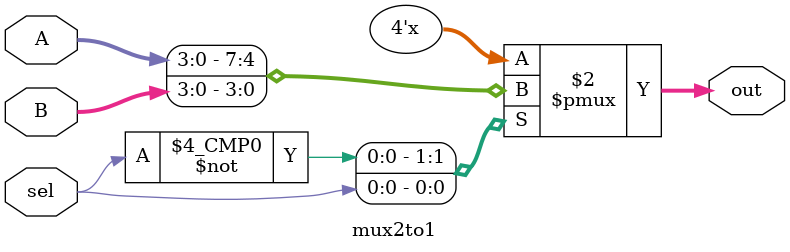
<source format=v>
module mux2to1(A, B, out, sel); //connect AC LC
    input [3:0] A;
    input [3:0] B;
    input sel;
    output reg [3:0] out;

    always @(A or B or sel) begin
        case (sel)
            1'b0 : out = A;
            1'b1 : out = B;
        endcase
    end

endmodule
</source>
